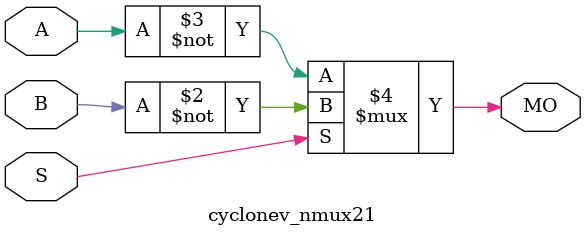
<source format=v>
module cyclonev_nmux21 (MO, A, B, S);
   input A, B, S; 
   output MO; 
   assign MO = (S == 1) ? ~B : ~A; 
endmodule
</source>
